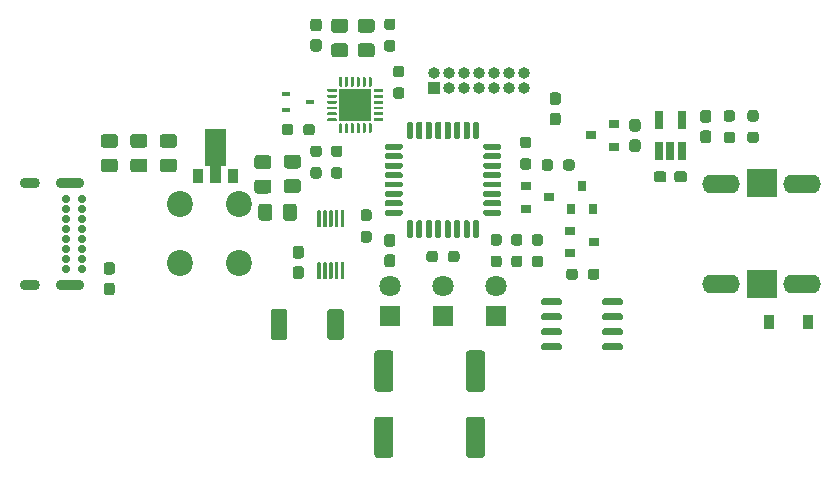
<source format=gbr>
%TF.GenerationSoftware,KiCad,Pcbnew,(5.1.9)-1*%
%TF.CreationDate,2021-04-16T14:28:35+02:00*%
%TF.ProjectId,loeti,6c6f6574-692e-46b6-9963-61645f706362,rev?*%
%TF.SameCoordinates,Original*%
%TF.FileFunction,Soldermask,Top*%
%TF.FilePolarity,Negative*%
%FSLAX46Y46*%
G04 Gerber Fmt 4.6, Leading zero omitted, Abs format (unit mm)*
G04 Created by KiCad (PCBNEW (5.1.9)-1) date 2021-04-16 14:28:35*
%MOMM*%
%LPD*%
G01*
G04 APERTURE LIST*
%ADD10C,2.200000*%
%ADD11C,1.800000*%
%ADD12R,1.800000X1.800000*%
%ADD13O,3.200000X1.600000*%
%ADD14R,2.500000X2.430000*%
%ADD15R,0.650000X1.560000*%
%ADD16R,2.700000X2.700000*%
%ADD17C,0.100000*%
%ADD18R,0.900000X1.300000*%
%ADD19R,0.900000X0.800000*%
%ADD20R,0.800000X0.900000*%
%ADD21O,1.000000X1.000000*%
%ADD22R,1.000000X1.000000*%
%ADD23O,1.700000X0.900000*%
%ADD24O,2.400000X0.900000*%
%ADD25C,0.700000*%
%ADD26R,0.900000X1.200000*%
%ADD27R,0.700000X0.450000*%
G04 APERTURE END LIST*
D10*
%TO.C,SW1*%
X68250000Y31180000D03*
X68250000Y26180000D03*
X73250000Y31180000D03*
X73250000Y26180000D03*
%TD*%
%TO.C,R16*%
G36*
G01*
X98737500Y27675000D02*
X98262500Y27675000D01*
G75*
G02*
X98025000Y27912500I0J237500D01*
G01*
X98025000Y28412500D01*
G75*
G02*
X98262500Y28650000I237500J0D01*
G01*
X98737500Y28650000D01*
G75*
G02*
X98975000Y28412500I0J-237500D01*
G01*
X98975000Y27912500D01*
G75*
G02*
X98737500Y27675000I-237500J0D01*
G01*
G37*
G36*
G01*
X98737500Y25850000D02*
X98262500Y25850000D01*
G75*
G02*
X98025000Y26087500I0J237500D01*
G01*
X98025000Y26587500D01*
G75*
G02*
X98262500Y26825000I237500J0D01*
G01*
X98737500Y26825000D01*
G75*
G02*
X98975000Y26587500I0J-237500D01*
G01*
X98975000Y26087500D01*
G75*
G02*
X98737500Y25850000I-237500J0D01*
G01*
G37*
%TD*%
%TO.C,R15*%
G36*
G01*
X96987500Y27675000D02*
X96512500Y27675000D01*
G75*
G02*
X96275000Y27912500I0J237500D01*
G01*
X96275000Y28412500D01*
G75*
G02*
X96512500Y28650000I237500J0D01*
G01*
X96987500Y28650000D01*
G75*
G02*
X97225000Y28412500I0J-237500D01*
G01*
X97225000Y27912500D01*
G75*
G02*
X96987500Y27675000I-237500J0D01*
G01*
G37*
G36*
G01*
X96987500Y25850000D02*
X96512500Y25850000D01*
G75*
G02*
X96275000Y26087500I0J237500D01*
G01*
X96275000Y26587500D01*
G75*
G02*
X96512500Y26825000I237500J0D01*
G01*
X96987500Y26825000D01*
G75*
G02*
X97225000Y26587500I0J-237500D01*
G01*
X97225000Y26087500D01*
G75*
G02*
X96987500Y25850000I-237500J0D01*
G01*
G37*
%TD*%
%TO.C,R14*%
G36*
G01*
X95237500Y27675000D02*
X94762500Y27675000D01*
G75*
G02*
X94525000Y27912500I0J237500D01*
G01*
X94525000Y28412500D01*
G75*
G02*
X94762500Y28650000I237500J0D01*
G01*
X95237500Y28650000D01*
G75*
G02*
X95475000Y28412500I0J-237500D01*
G01*
X95475000Y27912500D01*
G75*
G02*
X95237500Y27675000I-237500J0D01*
G01*
G37*
G36*
G01*
X95237500Y25850000D02*
X94762500Y25850000D01*
G75*
G02*
X94525000Y26087500I0J237500D01*
G01*
X94525000Y26587500D01*
G75*
G02*
X94762500Y26825000I237500J0D01*
G01*
X95237500Y26825000D01*
G75*
G02*
X95475000Y26587500I0J-237500D01*
G01*
X95475000Y26087500D01*
G75*
G02*
X95237500Y25850000I-237500J0D01*
G01*
G37*
%TD*%
D11*
%TO.C,D7*%
X95000000Y24250000D03*
D12*
X95000000Y21710000D03*
%TD*%
D11*
%TO.C,D6*%
X90500000Y24250000D03*
D12*
X90500000Y21710000D03*
%TD*%
D11*
%TO.C,D4*%
X86000000Y24250000D03*
D12*
X86000000Y21710000D03*
%TD*%
%TO.C,U3*%
G36*
G01*
X86950000Y30200000D02*
X85700000Y30200000D01*
G75*
G02*
X85575000Y30325000I0J125000D01*
G01*
X85575000Y30575000D01*
G75*
G02*
X85700000Y30700000I125000J0D01*
G01*
X86950000Y30700000D01*
G75*
G02*
X87075000Y30575000I0J-125000D01*
G01*
X87075000Y30325000D01*
G75*
G02*
X86950000Y30200000I-125000J0D01*
G01*
G37*
G36*
G01*
X86950000Y31000000D02*
X85700000Y31000000D01*
G75*
G02*
X85575000Y31125000I0J125000D01*
G01*
X85575000Y31375000D01*
G75*
G02*
X85700000Y31500000I125000J0D01*
G01*
X86950000Y31500000D01*
G75*
G02*
X87075000Y31375000I0J-125000D01*
G01*
X87075000Y31125000D01*
G75*
G02*
X86950000Y31000000I-125000J0D01*
G01*
G37*
G36*
G01*
X86950000Y31800000D02*
X85700000Y31800000D01*
G75*
G02*
X85575000Y31925000I0J125000D01*
G01*
X85575000Y32175000D01*
G75*
G02*
X85700000Y32300000I125000J0D01*
G01*
X86950000Y32300000D01*
G75*
G02*
X87075000Y32175000I0J-125000D01*
G01*
X87075000Y31925000D01*
G75*
G02*
X86950000Y31800000I-125000J0D01*
G01*
G37*
G36*
G01*
X86950000Y32600000D02*
X85700000Y32600000D01*
G75*
G02*
X85575000Y32725000I0J125000D01*
G01*
X85575000Y32975000D01*
G75*
G02*
X85700000Y33100000I125000J0D01*
G01*
X86950000Y33100000D01*
G75*
G02*
X87075000Y32975000I0J-125000D01*
G01*
X87075000Y32725000D01*
G75*
G02*
X86950000Y32600000I-125000J0D01*
G01*
G37*
G36*
G01*
X86950000Y33400000D02*
X85700000Y33400000D01*
G75*
G02*
X85575000Y33525000I0J125000D01*
G01*
X85575000Y33775000D01*
G75*
G02*
X85700000Y33900000I125000J0D01*
G01*
X86950000Y33900000D01*
G75*
G02*
X87075000Y33775000I0J-125000D01*
G01*
X87075000Y33525000D01*
G75*
G02*
X86950000Y33400000I-125000J0D01*
G01*
G37*
G36*
G01*
X86950000Y34200000D02*
X85700000Y34200000D01*
G75*
G02*
X85575000Y34325000I0J125000D01*
G01*
X85575000Y34575000D01*
G75*
G02*
X85700000Y34700000I125000J0D01*
G01*
X86950000Y34700000D01*
G75*
G02*
X87075000Y34575000I0J-125000D01*
G01*
X87075000Y34325000D01*
G75*
G02*
X86950000Y34200000I-125000J0D01*
G01*
G37*
G36*
G01*
X86950000Y35000000D02*
X85700000Y35000000D01*
G75*
G02*
X85575000Y35125000I0J125000D01*
G01*
X85575000Y35375000D01*
G75*
G02*
X85700000Y35500000I125000J0D01*
G01*
X86950000Y35500000D01*
G75*
G02*
X87075000Y35375000I0J-125000D01*
G01*
X87075000Y35125000D01*
G75*
G02*
X86950000Y35000000I-125000J0D01*
G01*
G37*
G36*
G01*
X86950000Y35800000D02*
X85700000Y35800000D01*
G75*
G02*
X85575000Y35925000I0J125000D01*
G01*
X85575000Y36175000D01*
G75*
G02*
X85700000Y36300000I125000J0D01*
G01*
X86950000Y36300000D01*
G75*
G02*
X87075000Y36175000I0J-125000D01*
G01*
X87075000Y35925000D01*
G75*
G02*
X86950000Y35800000I-125000J0D01*
G01*
G37*
G36*
G01*
X87825000Y36675000D02*
X87575000Y36675000D01*
G75*
G02*
X87450000Y36800000I0J125000D01*
G01*
X87450000Y38050000D01*
G75*
G02*
X87575000Y38175000I125000J0D01*
G01*
X87825000Y38175000D01*
G75*
G02*
X87950000Y38050000I0J-125000D01*
G01*
X87950000Y36800000D01*
G75*
G02*
X87825000Y36675000I-125000J0D01*
G01*
G37*
G36*
G01*
X88625000Y36675000D02*
X88375000Y36675000D01*
G75*
G02*
X88250000Y36800000I0J125000D01*
G01*
X88250000Y38050000D01*
G75*
G02*
X88375000Y38175000I125000J0D01*
G01*
X88625000Y38175000D01*
G75*
G02*
X88750000Y38050000I0J-125000D01*
G01*
X88750000Y36800000D01*
G75*
G02*
X88625000Y36675000I-125000J0D01*
G01*
G37*
G36*
G01*
X89425000Y36675000D02*
X89175000Y36675000D01*
G75*
G02*
X89050000Y36800000I0J125000D01*
G01*
X89050000Y38050000D01*
G75*
G02*
X89175000Y38175000I125000J0D01*
G01*
X89425000Y38175000D01*
G75*
G02*
X89550000Y38050000I0J-125000D01*
G01*
X89550000Y36800000D01*
G75*
G02*
X89425000Y36675000I-125000J0D01*
G01*
G37*
G36*
G01*
X90225000Y36675000D02*
X89975000Y36675000D01*
G75*
G02*
X89850000Y36800000I0J125000D01*
G01*
X89850000Y38050000D01*
G75*
G02*
X89975000Y38175000I125000J0D01*
G01*
X90225000Y38175000D01*
G75*
G02*
X90350000Y38050000I0J-125000D01*
G01*
X90350000Y36800000D01*
G75*
G02*
X90225000Y36675000I-125000J0D01*
G01*
G37*
G36*
G01*
X91025000Y36675000D02*
X90775000Y36675000D01*
G75*
G02*
X90650000Y36800000I0J125000D01*
G01*
X90650000Y38050000D01*
G75*
G02*
X90775000Y38175000I125000J0D01*
G01*
X91025000Y38175000D01*
G75*
G02*
X91150000Y38050000I0J-125000D01*
G01*
X91150000Y36800000D01*
G75*
G02*
X91025000Y36675000I-125000J0D01*
G01*
G37*
G36*
G01*
X91825000Y36675000D02*
X91575000Y36675000D01*
G75*
G02*
X91450000Y36800000I0J125000D01*
G01*
X91450000Y38050000D01*
G75*
G02*
X91575000Y38175000I125000J0D01*
G01*
X91825000Y38175000D01*
G75*
G02*
X91950000Y38050000I0J-125000D01*
G01*
X91950000Y36800000D01*
G75*
G02*
X91825000Y36675000I-125000J0D01*
G01*
G37*
G36*
G01*
X92625000Y36675000D02*
X92375000Y36675000D01*
G75*
G02*
X92250000Y36800000I0J125000D01*
G01*
X92250000Y38050000D01*
G75*
G02*
X92375000Y38175000I125000J0D01*
G01*
X92625000Y38175000D01*
G75*
G02*
X92750000Y38050000I0J-125000D01*
G01*
X92750000Y36800000D01*
G75*
G02*
X92625000Y36675000I-125000J0D01*
G01*
G37*
G36*
G01*
X93425000Y36675000D02*
X93175000Y36675000D01*
G75*
G02*
X93050000Y36800000I0J125000D01*
G01*
X93050000Y38050000D01*
G75*
G02*
X93175000Y38175000I125000J0D01*
G01*
X93425000Y38175000D01*
G75*
G02*
X93550000Y38050000I0J-125000D01*
G01*
X93550000Y36800000D01*
G75*
G02*
X93425000Y36675000I-125000J0D01*
G01*
G37*
G36*
G01*
X95300000Y35800000D02*
X94050000Y35800000D01*
G75*
G02*
X93925000Y35925000I0J125000D01*
G01*
X93925000Y36175000D01*
G75*
G02*
X94050000Y36300000I125000J0D01*
G01*
X95300000Y36300000D01*
G75*
G02*
X95425000Y36175000I0J-125000D01*
G01*
X95425000Y35925000D01*
G75*
G02*
X95300000Y35800000I-125000J0D01*
G01*
G37*
G36*
G01*
X95300000Y35000000D02*
X94050000Y35000000D01*
G75*
G02*
X93925000Y35125000I0J125000D01*
G01*
X93925000Y35375000D01*
G75*
G02*
X94050000Y35500000I125000J0D01*
G01*
X95300000Y35500000D01*
G75*
G02*
X95425000Y35375000I0J-125000D01*
G01*
X95425000Y35125000D01*
G75*
G02*
X95300000Y35000000I-125000J0D01*
G01*
G37*
G36*
G01*
X95300000Y34200000D02*
X94050000Y34200000D01*
G75*
G02*
X93925000Y34325000I0J125000D01*
G01*
X93925000Y34575000D01*
G75*
G02*
X94050000Y34700000I125000J0D01*
G01*
X95300000Y34700000D01*
G75*
G02*
X95425000Y34575000I0J-125000D01*
G01*
X95425000Y34325000D01*
G75*
G02*
X95300000Y34200000I-125000J0D01*
G01*
G37*
G36*
G01*
X95300000Y33400000D02*
X94050000Y33400000D01*
G75*
G02*
X93925000Y33525000I0J125000D01*
G01*
X93925000Y33775000D01*
G75*
G02*
X94050000Y33900000I125000J0D01*
G01*
X95300000Y33900000D01*
G75*
G02*
X95425000Y33775000I0J-125000D01*
G01*
X95425000Y33525000D01*
G75*
G02*
X95300000Y33400000I-125000J0D01*
G01*
G37*
G36*
G01*
X95300000Y32600000D02*
X94050000Y32600000D01*
G75*
G02*
X93925000Y32725000I0J125000D01*
G01*
X93925000Y32975000D01*
G75*
G02*
X94050000Y33100000I125000J0D01*
G01*
X95300000Y33100000D01*
G75*
G02*
X95425000Y32975000I0J-125000D01*
G01*
X95425000Y32725000D01*
G75*
G02*
X95300000Y32600000I-125000J0D01*
G01*
G37*
G36*
G01*
X95300000Y31800000D02*
X94050000Y31800000D01*
G75*
G02*
X93925000Y31925000I0J125000D01*
G01*
X93925000Y32175000D01*
G75*
G02*
X94050000Y32300000I125000J0D01*
G01*
X95300000Y32300000D01*
G75*
G02*
X95425000Y32175000I0J-125000D01*
G01*
X95425000Y31925000D01*
G75*
G02*
X95300000Y31800000I-125000J0D01*
G01*
G37*
G36*
G01*
X95300000Y31000000D02*
X94050000Y31000000D01*
G75*
G02*
X93925000Y31125000I0J125000D01*
G01*
X93925000Y31375000D01*
G75*
G02*
X94050000Y31500000I125000J0D01*
G01*
X95300000Y31500000D01*
G75*
G02*
X95425000Y31375000I0J-125000D01*
G01*
X95425000Y31125000D01*
G75*
G02*
X95300000Y31000000I-125000J0D01*
G01*
G37*
G36*
G01*
X95300000Y30200000D02*
X94050000Y30200000D01*
G75*
G02*
X93925000Y30325000I0J125000D01*
G01*
X93925000Y30575000D01*
G75*
G02*
X94050000Y30700000I125000J0D01*
G01*
X95300000Y30700000D01*
G75*
G02*
X95425000Y30575000I0J-125000D01*
G01*
X95425000Y30325000D01*
G75*
G02*
X95300000Y30200000I-125000J0D01*
G01*
G37*
G36*
G01*
X93425000Y28325000D02*
X93175000Y28325000D01*
G75*
G02*
X93050000Y28450000I0J125000D01*
G01*
X93050000Y29700000D01*
G75*
G02*
X93175000Y29825000I125000J0D01*
G01*
X93425000Y29825000D01*
G75*
G02*
X93550000Y29700000I0J-125000D01*
G01*
X93550000Y28450000D01*
G75*
G02*
X93425000Y28325000I-125000J0D01*
G01*
G37*
G36*
G01*
X92625000Y28325000D02*
X92375000Y28325000D01*
G75*
G02*
X92250000Y28450000I0J125000D01*
G01*
X92250000Y29700000D01*
G75*
G02*
X92375000Y29825000I125000J0D01*
G01*
X92625000Y29825000D01*
G75*
G02*
X92750000Y29700000I0J-125000D01*
G01*
X92750000Y28450000D01*
G75*
G02*
X92625000Y28325000I-125000J0D01*
G01*
G37*
G36*
G01*
X91825000Y28325000D02*
X91575000Y28325000D01*
G75*
G02*
X91450000Y28450000I0J125000D01*
G01*
X91450000Y29700000D01*
G75*
G02*
X91575000Y29825000I125000J0D01*
G01*
X91825000Y29825000D01*
G75*
G02*
X91950000Y29700000I0J-125000D01*
G01*
X91950000Y28450000D01*
G75*
G02*
X91825000Y28325000I-125000J0D01*
G01*
G37*
G36*
G01*
X91025000Y28325000D02*
X90775000Y28325000D01*
G75*
G02*
X90650000Y28450000I0J125000D01*
G01*
X90650000Y29700000D01*
G75*
G02*
X90775000Y29825000I125000J0D01*
G01*
X91025000Y29825000D01*
G75*
G02*
X91150000Y29700000I0J-125000D01*
G01*
X91150000Y28450000D01*
G75*
G02*
X91025000Y28325000I-125000J0D01*
G01*
G37*
G36*
G01*
X90225000Y28325000D02*
X89975000Y28325000D01*
G75*
G02*
X89850000Y28450000I0J125000D01*
G01*
X89850000Y29700000D01*
G75*
G02*
X89975000Y29825000I125000J0D01*
G01*
X90225000Y29825000D01*
G75*
G02*
X90350000Y29700000I0J-125000D01*
G01*
X90350000Y28450000D01*
G75*
G02*
X90225000Y28325000I-125000J0D01*
G01*
G37*
G36*
G01*
X89425000Y28325000D02*
X89175000Y28325000D01*
G75*
G02*
X89050000Y28450000I0J125000D01*
G01*
X89050000Y29700000D01*
G75*
G02*
X89175000Y29825000I125000J0D01*
G01*
X89425000Y29825000D01*
G75*
G02*
X89550000Y29700000I0J-125000D01*
G01*
X89550000Y28450000D01*
G75*
G02*
X89425000Y28325000I-125000J0D01*
G01*
G37*
G36*
G01*
X88625000Y28325000D02*
X88375000Y28325000D01*
G75*
G02*
X88250000Y28450000I0J125000D01*
G01*
X88250000Y29700000D01*
G75*
G02*
X88375000Y29825000I125000J0D01*
G01*
X88625000Y29825000D01*
G75*
G02*
X88750000Y29700000I0J-125000D01*
G01*
X88750000Y28450000D01*
G75*
G02*
X88625000Y28325000I-125000J0D01*
G01*
G37*
G36*
G01*
X87825000Y28325000D02*
X87575000Y28325000D01*
G75*
G02*
X87450000Y28450000I0J125000D01*
G01*
X87450000Y29700000D01*
G75*
G02*
X87575000Y29825000I125000J0D01*
G01*
X87825000Y29825000D01*
G75*
G02*
X87950000Y29700000I0J-125000D01*
G01*
X87950000Y28450000D01*
G75*
G02*
X87825000Y28325000I-125000J0D01*
G01*
G37*
%TD*%
%TO.C,C17*%
G36*
G01*
X86237500Y27575000D02*
X85762500Y27575000D01*
G75*
G02*
X85525000Y27812500I0J237500D01*
G01*
X85525000Y28412500D01*
G75*
G02*
X85762500Y28650000I237500J0D01*
G01*
X86237500Y28650000D01*
G75*
G02*
X86475000Y28412500I0J-237500D01*
G01*
X86475000Y27812500D01*
G75*
G02*
X86237500Y27575000I-237500J0D01*
G01*
G37*
G36*
G01*
X86237500Y25850000D02*
X85762500Y25850000D01*
G75*
G02*
X85525000Y26087500I0J237500D01*
G01*
X85525000Y26687500D01*
G75*
G02*
X85762500Y26925000I237500J0D01*
G01*
X86237500Y26925000D01*
G75*
G02*
X86475000Y26687500I0J-237500D01*
G01*
X86475000Y26087500D01*
G75*
G02*
X86237500Y25850000I-237500J0D01*
G01*
G37*
%TD*%
%TO.C,C13*%
G36*
G01*
X84950000Y13200000D02*
X86050000Y13200000D01*
G75*
G02*
X86300000Y12950000I0J-250000D01*
G01*
X86300000Y9950000D01*
G75*
G02*
X86050000Y9700000I-250000J0D01*
G01*
X84950000Y9700000D01*
G75*
G02*
X84700000Y9950000I0J250000D01*
G01*
X84700000Y12950000D01*
G75*
G02*
X84950000Y13200000I250000J0D01*
G01*
G37*
G36*
G01*
X84950000Y18800000D02*
X86050000Y18800000D01*
G75*
G02*
X86300000Y18550000I0J-250000D01*
G01*
X86300000Y15550000D01*
G75*
G02*
X86050000Y15300000I-250000J0D01*
G01*
X84950000Y15300000D01*
G75*
G02*
X84700000Y15550000I0J250000D01*
G01*
X84700000Y18550000D01*
G75*
G02*
X84950000Y18800000I250000J0D01*
G01*
G37*
%TD*%
D13*
%TO.C,J2*%
X120870000Y32905000D03*
X114070000Y24455000D03*
X120870000Y24455000D03*
X114070000Y32905000D03*
D14*
X117470000Y32965000D03*
X117470000Y24395000D03*
%TD*%
D15*
%TO.C,U4*%
X108800000Y38350000D03*
X110700000Y38350000D03*
X110700000Y35650000D03*
X109750000Y35650000D03*
X108800000Y35650000D03*
%TD*%
%TO.C,C16*%
G36*
G01*
X92700000Y13200000D02*
X93800000Y13200000D01*
G75*
G02*
X94050000Y12950000I0J-250000D01*
G01*
X94050000Y9950000D01*
G75*
G02*
X93800000Y9700000I-250000J0D01*
G01*
X92700000Y9700000D01*
G75*
G02*
X92450000Y9950000I0J250000D01*
G01*
X92450000Y12950000D01*
G75*
G02*
X92700000Y13200000I250000J0D01*
G01*
G37*
G36*
G01*
X92700000Y18800000D02*
X93800000Y18800000D01*
G75*
G02*
X94050000Y18550000I0J-250000D01*
G01*
X94050000Y15550000D01*
G75*
G02*
X93800000Y15300000I-250000J0D01*
G01*
X92700000Y15300000D01*
G75*
G02*
X92450000Y15550000I0J250000D01*
G01*
X92450000Y18550000D01*
G75*
G02*
X92700000Y18800000I250000J0D01*
G01*
G37*
%TD*%
%TO.C,C15*%
G36*
G01*
X109425000Y33737500D02*
X109425000Y33262500D01*
G75*
G02*
X109187500Y33025000I-237500J0D01*
G01*
X108587500Y33025000D01*
G75*
G02*
X108350000Y33262500I0J237500D01*
G01*
X108350000Y33737500D01*
G75*
G02*
X108587500Y33975000I237500J0D01*
G01*
X109187500Y33975000D01*
G75*
G02*
X109425000Y33737500I0J-237500D01*
G01*
G37*
G36*
G01*
X111150000Y33737500D02*
X111150000Y33262500D01*
G75*
G02*
X110912500Y33025000I-237500J0D01*
G01*
X110312500Y33025000D01*
G75*
G02*
X110075000Y33262500I0J237500D01*
G01*
X110075000Y33737500D01*
G75*
G02*
X110312500Y33975000I237500J0D01*
G01*
X110912500Y33975000D01*
G75*
G02*
X111150000Y33737500I0J-237500D01*
G01*
G37*
%TD*%
%TO.C,U5*%
G36*
G01*
X81925000Y26275000D02*
X82075000Y26275000D01*
G75*
G02*
X82150000Y26200000I0J-75000D01*
G01*
X82150000Y24900000D01*
G75*
G02*
X82075000Y24825000I-75000J0D01*
G01*
X81925000Y24825000D01*
G75*
G02*
X81850000Y24900000I0J75000D01*
G01*
X81850000Y26200000D01*
G75*
G02*
X81925000Y26275000I75000J0D01*
G01*
G37*
G36*
G01*
X81425000Y26275000D02*
X81575000Y26275000D01*
G75*
G02*
X81650000Y26200000I0J-75000D01*
G01*
X81650000Y24900000D01*
G75*
G02*
X81575000Y24825000I-75000J0D01*
G01*
X81425000Y24825000D01*
G75*
G02*
X81350000Y24900000I0J75000D01*
G01*
X81350000Y26200000D01*
G75*
G02*
X81425000Y26275000I75000J0D01*
G01*
G37*
G36*
G01*
X80925000Y26275000D02*
X81075000Y26275000D01*
G75*
G02*
X81150000Y26200000I0J-75000D01*
G01*
X81150000Y24900000D01*
G75*
G02*
X81075000Y24825000I-75000J0D01*
G01*
X80925000Y24825000D01*
G75*
G02*
X80850000Y24900000I0J75000D01*
G01*
X80850000Y26200000D01*
G75*
G02*
X80925000Y26275000I75000J0D01*
G01*
G37*
G36*
G01*
X80425000Y26275000D02*
X80575000Y26275000D01*
G75*
G02*
X80650000Y26200000I0J-75000D01*
G01*
X80650000Y24900000D01*
G75*
G02*
X80575000Y24825000I-75000J0D01*
G01*
X80425000Y24825000D01*
G75*
G02*
X80350000Y24900000I0J75000D01*
G01*
X80350000Y26200000D01*
G75*
G02*
X80425000Y26275000I75000J0D01*
G01*
G37*
G36*
G01*
X79925000Y26275000D02*
X80075000Y26275000D01*
G75*
G02*
X80150000Y26200000I0J-75000D01*
G01*
X80150000Y24900000D01*
G75*
G02*
X80075000Y24825000I-75000J0D01*
G01*
X79925000Y24825000D01*
G75*
G02*
X79850000Y24900000I0J75000D01*
G01*
X79850000Y26200000D01*
G75*
G02*
X79925000Y26275000I75000J0D01*
G01*
G37*
G36*
G01*
X79925000Y30675000D02*
X80075000Y30675000D01*
G75*
G02*
X80150000Y30600000I0J-75000D01*
G01*
X80150000Y29300000D01*
G75*
G02*
X80075000Y29225000I-75000J0D01*
G01*
X79925000Y29225000D01*
G75*
G02*
X79850000Y29300000I0J75000D01*
G01*
X79850000Y30600000D01*
G75*
G02*
X79925000Y30675000I75000J0D01*
G01*
G37*
G36*
G01*
X80425000Y30675000D02*
X80575000Y30675000D01*
G75*
G02*
X80650000Y30600000I0J-75000D01*
G01*
X80650000Y29300000D01*
G75*
G02*
X80575000Y29225000I-75000J0D01*
G01*
X80425000Y29225000D01*
G75*
G02*
X80350000Y29300000I0J75000D01*
G01*
X80350000Y30600000D01*
G75*
G02*
X80425000Y30675000I75000J0D01*
G01*
G37*
G36*
G01*
X80925000Y30675000D02*
X81075000Y30675000D01*
G75*
G02*
X81150000Y30600000I0J-75000D01*
G01*
X81150000Y29300000D01*
G75*
G02*
X81075000Y29225000I-75000J0D01*
G01*
X80925000Y29225000D01*
G75*
G02*
X80850000Y29300000I0J75000D01*
G01*
X80850000Y30600000D01*
G75*
G02*
X80925000Y30675000I75000J0D01*
G01*
G37*
G36*
G01*
X81425000Y30675000D02*
X81575000Y30675000D01*
G75*
G02*
X81650000Y30600000I0J-75000D01*
G01*
X81650000Y29300000D01*
G75*
G02*
X81575000Y29225000I-75000J0D01*
G01*
X81425000Y29225000D01*
G75*
G02*
X81350000Y29300000I0J75000D01*
G01*
X81350000Y30600000D01*
G75*
G02*
X81425000Y30675000I75000J0D01*
G01*
G37*
G36*
G01*
X81925000Y30675000D02*
X82075000Y30675000D01*
G75*
G02*
X82150000Y30600000I0J-75000D01*
G01*
X82150000Y29300000D01*
G75*
G02*
X82075000Y29225000I-75000J0D01*
G01*
X81925000Y29225000D01*
G75*
G02*
X81850000Y29300000I0J75000D01*
G01*
X81850000Y30600000D01*
G75*
G02*
X81925000Y30675000I75000J0D01*
G01*
G37*
%TD*%
D16*
%TO.C,U2*%
X83075000Y39575000D03*
G36*
G01*
X81700000Y41187500D02*
X81700000Y41887500D01*
G75*
G02*
X81762500Y41950000I62500J0D01*
G01*
X81887500Y41950000D01*
G75*
G02*
X81950000Y41887500I0J-62500D01*
G01*
X81950000Y41187500D01*
G75*
G02*
X81887500Y41125000I-62500J0D01*
G01*
X81762500Y41125000D01*
G75*
G02*
X81700000Y41187500I0J62500D01*
G01*
G37*
G36*
G01*
X82200000Y41187500D02*
X82200000Y41887500D01*
G75*
G02*
X82262500Y41950000I62500J0D01*
G01*
X82387500Y41950000D01*
G75*
G02*
X82450000Y41887500I0J-62500D01*
G01*
X82450000Y41187500D01*
G75*
G02*
X82387500Y41125000I-62500J0D01*
G01*
X82262500Y41125000D01*
G75*
G02*
X82200000Y41187500I0J62500D01*
G01*
G37*
G36*
G01*
X82700000Y41187500D02*
X82700000Y41887500D01*
G75*
G02*
X82762500Y41950000I62500J0D01*
G01*
X82887500Y41950000D01*
G75*
G02*
X82950000Y41887500I0J-62500D01*
G01*
X82950000Y41187500D01*
G75*
G02*
X82887500Y41125000I-62500J0D01*
G01*
X82762500Y41125000D01*
G75*
G02*
X82700000Y41187500I0J62500D01*
G01*
G37*
G36*
G01*
X83200000Y41187500D02*
X83200000Y41887500D01*
G75*
G02*
X83262500Y41950000I62500J0D01*
G01*
X83387500Y41950000D01*
G75*
G02*
X83450000Y41887500I0J-62500D01*
G01*
X83450000Y41187500D01*
G75*
G02*
X83387500Y41125000I-62500J0D01*
G01*
X83262500Y41125000D01*
G75*
G02*
X83200000Y41187500I0J62500D01*
G01*
G37*
G36*
G01*
X83700000Y41187500D02*
X83700000Y41887500D01*
G75*
G02*
X83762500Y41950000I62500J0D01*
G01*
X83887500Y41950000D01*
G75*
G02*
X83950000Y41887500I0J-62500D01*
G01*
X83950000Y41187500D01*
G75*
G02*
X83887500Y41125000I-62500J0D01*
G01*
X83762500Y41125000D01*
G75*
G02*
X83700000Y41187500I0J62500D01*
G01*
G37*
G36*
G01*
X84200000Y41187500D02*
X84200000Y41887500D01*
G75*
G02*
X84262500Y41950000I62500J0D01*
G01*
X84387500Y41950000D01*
G75*
G02*
X84450000Y41887500I0J-62500D01*
G01*
X84450000Y41187500D01*
G75*
G02*
X84387500Y41125000I-62500J0D01*
G01*
X84262500Y41125000D01*
G75*
G02*
X84200000Y41187500I0J62500D01*
G01*
G37*
G36*
G01*
X84625000Y40762500D02*
X84625000Y40887500D01*
G75*
G02*
X84687500Y40950000I62500J0D01*
G01*
X85387500Y40950000D01*
G75*
G02*
X85450000Y40887500I0J-62500D01*
G01*
X85450000Y40762500D01*
G75*
G02*
X85387500Y40700000I-62500J0D01*
G01*
X84687500Y40700000D01*
G75*
G02*
X84625000Y40762500I0J62500D01*
G01*
G37*
G36*
G01*
X84625000Y40262500D02*
X84625000Y40387500D01*
G75*
G02*
X84687500Y40450000I62500J0D01*
G01*
X85387500Y40450000D01*
G75*
G02*
X85450000Y40387500I0J-62500D01*
G01*
X85450000Y40262500D01*
G75*
G02*
X85387500Y40200000I-62500J0D01*
G01*
X84687500Y40200000D01*
G75*
G02*
X84625000Y40262500I0J62500D01*
G01*
G37*
G36*
G01*
X84625000Y39762500D02*
X84625000Y39887500D01*
G75*
G02*
X84687500Y39950000I62500J0D01*
G01*
X85387500Y39950000D01*
G75*
G02*
X85450000Y39887500I0J-62500D01*
G01*
X85450000Y39762500D01*
G75*
G02*
X85387500Y39700000I-62500J0D01*
G01*
X84687500Y39700000D01*
G75*
G02*
X84625000Y39762500I0J62500D01*
G01*
G37*
G36*
G01*
X84625000Y39262500D02*
X84625000Y39387500D01*
G75*
G02*
X84687500Y39450000I62500J0D01*
G01*
X85387500Y39450000D01*
G75*
G02*
X85450000Y39387500I0J-62500D01*
G01*
X85450000Y39262500D01*
G75*
G02*
X85387500Y39200000I-62500J0D01*
G01*
X84687500Y39200000D01*
G75*
G02*
X84625000Y39262500I0J62500D01*
G01*
G37*
G36*
G01*
X84625000Y38762500D02*
X84625000Y38887500D01*
G75*
G02*
X84687500Y38950000I62500J0D01*
G01*
X85387500Y38950000D01*
G75*
G02*
X85450000Y38887500I0J-62500D01*
G01*
X85450000Y38762500D01*
G75*
G02*
X85387500Y38700000I-62500J0D01*
G01*
X84687500Y38700000D01*
G75*
G02*
X84625000Y38762500I0J62500D01*
G01*
G37*
G36*
G01*
X84625000Y38262500D02*
X84625000Y38387500D01*
G75*
G02*
X84687500Y38450000I62500J0D01*
G01*
X85387500Y38450000D01*
G75*
G02*
X85450000Y38387500I0J-62500D01*
G01*
X85450000Y38262500D01*
G75*
G02*
X85387500Y38200000I-62500J0D01*
G01*
X84687500Y38200000D01*
G75*
G02*
X84625000Y38262500I0J62500D01*
G01*
G37*
G36*
G01*
X84200000Y37262500D02*
X84200000Y37962500D01*
G75*
G02*
X84262500Y38025000I62500J0D01*
G01*
X84387500Y38025000D01*
G75*
G02*
X84450000Y37962500I0J-62500D01*
G01*
X84450000Y37262500D01*
G75*
G02*
X84387500Y37200000I-62500J0D01*
G01*
X84262500Y37200000D01*
G75*
G02*
X84200000Y37262500I0J62500D01*
G01*
G37*
G36*
G01*
X83700000Y37262500D02*
X83700000Y37962500D01*
G75*
G02*
X83762500Y38025000I62500J0D01*
G01*
X83887500Y38025000D01*
G75*
G02*
X83950000Y37962500I0J-62500D01*
G01*
X83950000Y37262500D01*
G75*
G02*
X83887500Y37200000I-62500J0D01*
G01*
X83762500Y37200000D01*
G75*
G02*
X83700000Y37262500I0J62500D01*
G01*
G37*
G36*
G01*
X83200000Y37262500D02*
X83200000Y37962500D01*
G75*
G02*
X83262500Y38025000I62500J0D01*
G01*
X83387500Y38025000D01*
G75*
G02*
X83450000Y37962500I0J-62500D01*
G01*
X83450000Y37262500D01*
G75*
G02*
X83387500Y37200000I-62500J0D01*
G01*
X83262500Y37200000D01*
G75*
G02*
X83200000Y37262500I0J62500D01*
G01*
G37*
G36*
G01*
X82700000Y37262500D02*
X82700000Y37962500D01*
G75*
G02*
X82762500Y38025000I62500J0D01*
G01*
X82887500Y38025000D01*
G75*
G02*
X82950000Y37962500I0J-62500D01*
G01*
X82950000Y37262500D01*
G75*
G02*
X82887500Y37200000I-62500J0D01*
G01*
X82762500Y37200000D01*
G75*
G02*
X82700000Y37262500I0J62500D01*
G01*
G37*
G36*
G01*
X82200000Y37262500D02*
X82200000Y37962500D01*
G75*
G02*
X82262500Y38025000I62500J0D01*
G01*
X82387500Y38025000D01*
G75*
G02*
X82450000Y37962500I0J-62500D01*
G01*
X82450000Y37262500D01*
G75*
G02*
X82387500Y37200000I-62500J0D01*
G01*
X82262500Y37200000D01*
G75*
G02*
X82200000Y37262500I0J62500D01*
G01*
G37*
G36*
G01*
X81700000Y37262500D02*
X81700000Y37962500D01*
G75*
G02*
X81762500Y38025000I62500J0D01*
G01*
X81887500Y38025000D01*
G75*
G02*
X81950000Y37962500I0J-62500D01*
G01*
X81950000Y37262500D01*
G75*
G02*
X81887500Y37200000I-62500J0D01*
G01*
X81762500Y37200000D01*
G75*
G02*
X81700000Y37262500I0J62500D01*
G01*
G37*
G36*
G01*
X80700000Y38262500D02*
X80700000Y38387500D01*
G75*
G02*
X80762500Y38450000I62500J0D01*
G01*
X81462500Y38450000D01*
G75*
G02*
X81525000Y38387500I0J-62500D01*
G01*
X81525000Y38262500D01*
G75*
G02*
X81462500Y38200000I-62500J0D01*
G01*
X80762500Y38200000D01*
G75*
G02*
X80700000Y38262500I0J62500D01*
G01*
G37*
G36*
G01*
X80700000Y38762500D02*
X80700000Y38887500D01*
G75*
G02*
X80762500Y38950000I62500J0D01*
G01*
X81462500Y38950000D01*
G75*
G02*
X81525000Y38887500I0J-62500D01*
G01*
X81525000Y38762500D01*
G75*
G02*
X81462500Y38700000I-62500J0D01*
G01*
X80762500Y38700000D01*
G75*
G02*
X80700000Y38762500I0J62500D01*
G01*
G37*
G36*
G01*
X80700000Y39262500D02*
X80700000Y39387500D01*
G75*
G02*
X80762500Y39450000I62500J0D01*
G01*
X81462500Y39450000D01*
G75*
G02*
X81525000Y39387500I0J-62500D01*
G01*
X81525000Y39262500D01*
G75*
G02*
X81462500Y39200000I-62500J0D01*
G01*
X80762500Y39200000D01*
G75*
G02*
X80700000Y39262500I0J62500D01*
G01*
G37*
G36*
G01*
X80700000Y39762500D02*
X80700000Y39887500D01*
G75*
G02*
X80762500Y39950000I62500J0D01*
G01*
X81462500Y39950000D01*
G75*
G02*
X81525000Y39887500I0J-62500D01*
G01*
X81525000Y39762500D01*
G75*
G02*
X81462500Y39700000I-62500J0D01*
G01*
X80762500Y39700000D01*
G75*
G02*
X80700000Y39762500I0J62500D01*
G01*
G37*
G36*
G01*
X80700000Y40262500D02*
X80700000Y40387500D01*
G75*
G02*
X80762500Y40450000I62500J0D01*
G01*
X81462500Y40450000D01*
G75*
G02*
X81525000Y40387500I0J-62500D01*
G01*
X81525000Y40262500D01*
G75*
G02*
X81462500Y40200000I-62500J0D01*
G01*
X80762500Y40200000D01*
G75*
G02*
X80700000Y40262500I0J62500D01*
G01*
G37*
G36*
G01*
X80700000Y40762500D02*
X80700000Y40887500D01*
G75*
G02*
X80762500Y40950000I62500J0D01*
G01*
X81462500Y40950000D01*
G75*
G02*
X81525000Y40887500I0J-62500D01*
G01*
X81525000Y40762500D01*
G75*
G02*
X81462500Y40700000I-62500J0D01*
G01*
X80762500Y40700000D01*
G75*
G02*
X80700000Y40762500I0J62500D01*
G01*
G37*
%TD*%
D17*
%TO.C,U1*%
G36*
X72116500Y37550000D02*
G01*
X72116500Y34425000D01*
X71700000Y34425000D01*
X71700000Y32950000D01*
X70800000Y32950000D01*
X70800000Y34425000D01*
X70383500Y34425000D01*
X70383500Y37550000D01*
X72116500Y37550000D01*
G37*
D18*
X72750000Y33600000D03*
X69750000Y33600000D03*
%TD*%
%TO.C,R13*%
G36*
G01*
X80700000Y19924999D02*
X80700000Y22075001D01*
G75*
G02*
X80949999Y22325000I249999J0D01*
G01*
X81850001Y22325000D01*
G75*
G02*
X82100000Y22075001I0J-249999D01*
G01*
X82100000Y19924999D01*
G75*
G02*
X81850001Y19675000I-249999J0D01*
G01*
X80949999Y19675000D01*
G75*
G02*
X80700000Y19924999I0J249999D01*
G01*
G37*
G36*
G01*
X75900000Y19924999D02*
X75900000Y22075001D01*
G75*
G02*
X76149999Y22325000I249999J0D01*
G01*
X77050001Y22325000D01*
G75*
G02*
X77300000Y22075001I0J-249999D01*
G01*
X77300000Y19924999D01*
G75*
G02*
X77050001Y19675000I-249999J0D01*
G01*
X76149999Y19675000D01*
G75*
G02*
X75900000Y19924999I0J249999D01*
G01*
G37*
%TD*%
%TO.C,R12*%
G36*
G01*
X102762500Y25012500D02*
X102762500Y25487500D01*
G75*
G02*
X103000000Y25725000I237500J0D01*
G01*
X103500000Y25725000D01*
G75*
G02*
X103737500Y25487500I0J-237500D01*
G01*
X103737500Y25012500D01*
G75*
G02*
X103500000Y24775000I-237500J0D01*
G01*
X103000000Y24775000D01*
G75*
G02*
X102762500Y25012500I0J237500D01*
G01*
G37*
G36*
G01*
X100937500Y25012500D02*
X100937500Y25487500D01*
G75*
G02*
X101175000Y25725000I237500J0D01*
G01*
X101675000Y25725000D01*
G75*
G02*
X101912500Y25487500I0J-237500D01*
G01*
X101912500Y25012500D01*
G75*
G02*
X101675000Y24775000I-237500J0D01*
G01*
X101175000Y24775000D01*
G75*
G02*
X100937500Y25012500I0J237500D01*
G01*
G37*
%TD*%
%TO.C,R11*%
G36*
G01*
X116512500Y37325000D02*
X116987500Y37325000D01*
G75*
G02*
X117225000Y37087500I0J-237500D01*
G01*
X117225000Y36587500D01*
G75*
G02*
X116987500Y36350000I-237500J0D01*
G01*
X116512500Y36350000D01*
G75*
G02*
X116275000Y36587500I0J237500D01*
G01*
X116275000Y37087500D01*
G75*
G02*
X116512500Y37325000I237500J0D01*
G01*
G37*
G36*
G01*
X116512500Y39150000D02*
X116987500Y39150000D01*
G75*
G02*
X117225000Y38912500I0J-237500D01*
G01*
X117225000Y38412500D01*
G75*
G02*
X116987500Y38175000I-237500J0D01*
G01*
X116512500Y38175000D01*
G75*
G02*
X116275000Y38412500I0J237500D01*
G01*
X116275000Y38912500D01*
G75*
G02*
X116512500Y39150000I237500J0D01*
G01*
G37*
%TD*%
%TO.C,R10*%
G36*
G01*
X114987500Y38175000D02*
X114512500Y38175000D01*
G75*
G02*
X114275000Y38412500I0J237500D01*
G01*
X114275000Y38912500D01*
G75*
G02*
X114512500Y39150000I237500J0D01*
G01*
X114987500Y39150000D01*
G75*
G02*
X115225000Y38912500I0J-237500D01*
G01*
X115225000Y38412500D01*
G75*
G02*
X114987500Y38175000I-237500J0D01*
G01*
G37*
G36*
G01*
X114987500Y36350000D02*
X114512500Y36350000D01*
G75*
G02*
X114275000Y36587500I0J237500D01*
G01*
X114275000Y37087500D01*
G75*
G02*
X114512500Y37325000I237500J0D01*
G01*
X114987500Y37325000D01*
G75*
G02*
X115225000Y37087500I0J-237500D01*
G01*
X115225000Y36587500D01*
G75*
G02*
X114987500Y36350000I-237500J0D01*
G01*
G37*
%TD*%
%TO.C,R9*%
G36*
G01*
X100675000Y34262500D02*
X100675000Y34737500D01*
G75*
G02*
X100912500Y34975000I237500J0D01*
G01*
X101412500Y34975000D01*
G75*
G02*
X101650000Y34737500I0J-237500D01*
G01*
X101650000Y34262500D01*
G75*
G02*
X101412500Y34025000I-237500J0D01*
G01*
X100912500Y34025000D01*
G75*
G02*
X100675000Y34262500I0J237500D01*
G01*
G37*
G36*
G01*
X98850000Y34262500D02*
X98850000Y34737500D01*
G75*
G02*
X99087500Y34975000I237500J0D01*
G01*
X99587500Y34975000D01*
G75*
G02*
X99825000Y34737500I0J-237500D01*
G01*
X99825000Y34262500D01*
G75*
G02*
X99587500Y34025000I-237500J0D01*
G01*
X99087500Y34025000D01*
G75*
G02*
X98850000Y34262500I0J237500D01*
G01*
G37*
%TD*%
%TO.C,R8*%
G36*
G01*
X97262500Y35075000D02*
X97737500Y35075000D01*
G75*
G02*
X97975000Y34837500I0J-237500D01*
G01*
X97975000Y34337500D01*
G75*
G02*
X97737500Y34100000I-237500J0D01*
G01*
X97262500Y34100000D01*
G75*
G02*
X97025000Y34337500I0J237500D01*
G01*
X97025000Y34837500D01*
G75*
G02*
X97262500Y35075000I237500J0D01*
G01*
G37*
G36*
G01*
X97262500Y36900000D02*
X97737500Y36900000D01*
G75*
G02*
X97975000Y36662500I0J-237500D01*
G01*
X97975000Y36162500D01*
G75*
G02*
X97737500Y35925000I-237500J0D01*
G01*
X97262500Y35925000D01*
G75*
G02*
X97025000Y36162500I0J237500D01*
G01*
X97025000Y36662500D01*
G75*
G02*
X97262500Y36900000I237500J0D01*
G01*
G37*
%TD*%
%TO.C,R7*%
G36*
G01*
X84237500Y29762500D02*
X83762500Y29762500D01*
G75*
G02*
X83525000Y30000000I0J237500D01*
G01*
X83525000Y30500000D01*
G75*
G02*
X83762500Y30737500I237500J0D01*
G01*
X84237500Y30737500D01*
G75*
G02*
X84475000Y30500000I0J-237500D01*
G01*
X84475000Y30000000D01*
G75*
G02*
X84237500Y29762500I-237500J0D01*
G01*
G37*
G36*
G01*
X84237500Y27937500D02*
X83762500Y27937500D01*
G75*
G02*
X83525000Y28175000I0J237500D01*
G01*
X83525000Y28675000D01*
G75*
G02*
X83762500Y28912500I237500J0D01*
G01*
X84237500Y28912500D01*
G75*
G02*
X84475000Y28675000I0J-237500D01*
G01*
X84475000Y28175000D01*
G75*
G02*
X84237500Y27937500I-237500J0D01*
G01*
G37*
%TD*%
%TO.C,R6*%
G36*
G01*
X90075000Y26987500D02*
X90075000Y26512500D01*
G75*
G02*
X89837500Y26275000I-237500J0D01*
G01*
X89337500Y26275000D01*
G75*
G02*
X89100000Y26512500I0J237500D01*
G01*
X89100000Y26987500D01*
G75*
G02*
X89337500Y27225000I237500J0D01*
G01*
X89837500Y27225000D01*
G75*
G02*
X90075000Y26987500I0J-237500D01*
G01*
G37*
G36*
G01*
X91900000Y26987500D02*
X91900000Y26512500D01*
G75*
G02*
X91662500Y26275000I-237500J0D01*
G01*
X91162500Y26275000D01*
G75*
G02*
X90925000Y26512500I0J237500D01*
G01*
X90925000Y26987500D01*
G75*
G02*
X91162500Y27225000I237500J0D01*
G01*
X91662500Y27225000D01*
G75*
G02*
X91900000Y26987500I0J-237500D01*
G01*
G37*
%TD*%
%TO.C,R5*%
G36*
G01*
X78675000Y37262500D02*
X78675000Y37737500D01*
G75*
G02*
X78912500Y37975000I237500J0D01*
G01*
X79412500Y37975000D01*
G75*
G02*
X79650000Y37737500I0J-237500D01*
G01*
X79650000Y37262500D01*
G75*
G02*
X79412500Y37025000I-237500J0D01*
G01*
X78912500Y37025000D01*
G75*
G02*
X78675000Y37262500I0J237500D01*
G01*
G37*
G36*
G01*
X76850000Y37262500D02*
X76850000Y37737500D01*
G75*
G02*
X77087500Y37975000I237500J0D01*
G01*
X77587500Y37975000D01*
G75*
G02*
X77825000Y37737500I0J-237500D01*
G01*
X77825000Y37262500D01*
G75*
G02*
X77587500Y37025000I-237500J0D01*
G01*
X77087500Y37025000D01*
G75*
G02*
X76850000Y37262500I0J237500D01*
G01*
G37*
%TD*%
%TO.C,R4*%
G36*
G01*
X86237500Y45925000D02*
X85762500Y45925000D01*
G75*
G02*
X85525000Y46162500I0J237500D01*
G01*
X85525000Y46662500D01*
G75*
G02*
X85762500Y46900000I237500J0D01*
G01*
X86237500Y46900000D01*
G75*
G02*
X86475000Y46662500I0J-237500D01*
G01*
X86475000Y46162500D01*
G75*
G02*
X86237500Y45925000I-237500J0D01*
G01*
G37*
G36*
G01*
X86237500Y44100000D02*
X85762500Y44100000D01*
G75*
G02*
X85525000Y44337500I0J237500D01*
G01*
X85525000Y44837500D01*
G75*
G02*
X85762500Y45075000I237500J0D01*
G01*
X86237500Y45075000D01*
G75*
G02*
X86475000Y44837500I0J-237500D01*
G01*
X86475000Y44337500D01*
G75*
G02*
X86237500Y44100000I-237500J0D01*
G01*
G37*
%TD*%
%TO.C,R3*%
G36*
G01*
X81262500Y34325000D02*
X81737500Y34325000D01*
G75*
G02*
X81975000Y34087500I0J-237500D01*
G01*
X81975000Y33587500D01*
G75*
G02*
X81737500Y33350000I-237500J0D01*
G01*
X81262500Y33350000D01*
G75*
G02*
X81025000Y33587500I0J237500D01*
G01*
X81025000Y34087500D01*
G75*
G02*
X81262500Y34325000I237500J0D01*
G01*
G37*
G36*
G01*
X81262500Y36150000D02*
X81737500Y36150000D01*
G75*
G02*
X81975000Y35912500I0J-237500D01*
G01*
X81975000Y35412500D01*
G75*
G02*
X81737500Y35175000I-237500J0D01*
G01*
X81262500Y35175000D01*
G75*
G02*
X81025000Y35412500I0J237500D01*
G01*
X81025000Y35912500D01*
G75*
G02*
X81262500Y36150000I237500J0D01*
G01*
G37*
%TD*%
%TO.C,R2*%
G36*
G01*
X79512500Y34325000D02*
X79987500Y34325000D01*
G75*
G02*
X80225000Y34087500I0J-237500D01*
G01*
X80225000Y33587500D01*
G75*
G02*
X79987500Y33350000I-237500J0D01*
G01*
X79512500Y33350000D01*
G75*
G02*
X79275000Y33587500I0J237500D01*
G01*
X79275000Y34087500D01*
G75*
G02*
X79512500Y34325000I237500J0D01*
G01*
G37*
G36*
G01*
X79512500Y36150000D02*
X79987500Y36150000D01*
G75*
G02*
X80225000Y35912500I0J-237500D01*
G01*
X80225000Y35412500D01*
G75*
G02*
X79987500Y35175000I-237500J0D01*
G01*
X79512500Y35175000D01*
G75*
G02*
X79275000Y35412500I0J237500D01*
G01*
X79275000Y35912500D01*
G75*
G02*
X79512500Y36150000I237500J0D01*
G01*
G37*
%TD*%
%TO.C,R1*%
G36*
G01*
X86987500Y41925000D02*
X86512500Y41925000D01*
G75*
G02*
X86275000Y42162500I0J237500D01*
G01*
X86275000Y42662500D01*
G75*
G02*
X86512500Y42900000I237500J0D01*
G01*
X86987500Y42900000D01*
G75*
G02*
X87225000Y42662500I0J-237500D01*
G01*
X87225000Y42162500D01*
G75*
G02*
X86987500Y41925000I-237500J0D01*
G01*
G37*
G36*
G01*
X86987500Y40100000D02*
X86512500Y40100000D01*
G75*
G02*
X86275000Y40337500I0J237500D01*
G01*
X86275000Y40837500D01*
G75*
G02*
X86512500Y41075000I237500J0D01*
G01*
X86987500Y41075000D01*
G75*
G02*
X87225000Y40837500I0J-237500D01*
G01*
X87225000Y40337500D01*
G75*
G02*
X86987500Y40100000I-237500J0D01*
G01*
G37*
%TD*%
%TO.C,Q4*%
G36*
G01*
X103950000Y22755000D02*
X103950000Y23055000D01*
G75*
G02*
X104100000Y23205000I150000J0D01*
G01*
X105550000Y23205000D01*
G75*
G02*
X105700000Y23055000I0J-150000D01*
G01*
X105700000Y22755000D01*
G75*
G02*
X105550000Y22605000I-150000J0D01*
G01*
X104100000Y22605000D01*
G75*
G02*
X103950000Y22755000I0J150000D01*
G01*
G37*
G36*
G01*
X103950000Y21485000D02*
X103950000Y21785000D01*
G75*
G02*
X104100000Y21935000I150000J0D01*
G01*
X105550000Y21935000D01*
G75*
G02*
X105700000Y21785000I0J-150000D01*
G01*
X105700000Y21485000D01*
G75*
G02*
X105550000Y21335000I-150000J0D01*
G01*
X104100000Y21335000D01*
G75*
G02*
X103950000Y21485000I0J150000D01*
G01*
G37*
G36*
G01*
X103950000Y20215000D02*
X103950000Y20515000D01*
G75*
G02*
X104100000Y20665000I150000J0D01*
G01*
X105550000Y20665000D01*
G75*
G02*
X105700000Y20515000I0J-150000D01*
G01*
X105700000Y20215000D01*
G75*
G02*
X105550000Y20065000I-150000J0D01*
G01*
X104100000Y20065000D01*
G75*
G02*
X103950000Y20215000I0J150000D01*
G01*
G37*
G36*
G01*
X103950000Y18945000D02*
X103950000Y19245000D01*
G75*
G02*
X104100000Y19395000I150000J0D01*
G01*
X105550000Y19395000D01*
G75*
G02*
X105700000Y19245000I0J-150000D01*
G01*
X105700000Y18945000D01*
G75*
G02*
X105550000Y18795000I-150000J0D01*
G01*
X104100000Y18795000D01*
G75*
G02*
X103950000Y18945000I0J150000D01*
G01*
G37*
G36*
G01*
X98800000Y18945000D02*
X98800000Y19245000D01*
G75*
G02*
X98950000Y19395000I150000J0D01*
G01*
X100400000Y19395000D01*
G75*
G02*
X100550000Y19245000I0J-150000D01*
G01*
X100550000Y18945000D01*
G75*
G02*
X100400000Y18795000I-150000J0D01*
G01*
X98950000Y18795000D01*
G75*
G02*
X98800000Y18945000I0J150000D01*
G01*
G37*
G36*
G01*
X98800000Y20215000D02*
X98800000Y20515000D01*
G75*
G02*
X98950000Y20665000I150000J0D01*
G01*
X100400000Y20665000D01*
G75*
G02*
X100550000Y20515000I0J-150000D01*
G01*
X100550000Y20215000D01*
G75*
G02*
X100400000Y20065000I-150000J0D01*
G01*
X98950000Y20065000D01*
G75*
G02*
X98800000Y20215000I0J150000D01*
G01*
G37*
G36*
G01*
X98800000Y21485000D02*
X98800000Y21785000D01*
G75*
G02*
X98950000Y21935000I150000J0D01*
G01*
X100400000Y21935000D01*
G75*
G02*
X100550000Y21785000I0J-150000D01*
G01*
X100550000Y21485000D01*
G75*
G02*
X100400000Y21335000I-150000J0D01*
G01*
X98950000Y21335000D01*
G75*
G02*
X98800000Y21485000I0J150000D01*
G01*
G37*
G36*
G01*
X98800000Y22755000D02*
X98800000Y23055000D01*
G75*
G02*
X98950000Y23205000I150000J0D01*
G01*
X100400000Y23205000D01*
G75*
G02*
X100550000Y23055000I0J-150000D01*
G01*
X100550000Y22755000D01*
G75*
G02*
X100400000Y22605000I-150000J0D01*
G01*
X98950000Y22605000D01*
G75*
G02*
X98800000Y22755000I0J150000D01*
G01*
G37*
%TD*%
D19*
%TO.C,Q3*%
X103250000Y28000000D03*
X101250000Y27050000D03*
X101250000Y28950000D03*
%TD*%
D20*
%TO.C,Q2*%
X102250000Y32750000D03*
X103200000Y30750000D03*
X101300000Y30750000D03*
%TD*%
D19*
%TO.C,Q1*%
X99500000Y31750000D03*
X97500000Y30800000D03*
X97500000Y32700000D03*
%TD*%
D21*
%TO.C,J3*%
X97370000Y42270000D03*
X97370000Y41000000D03*
X96100000Y42270000D03*
X96100000Y41000000D03*
X94830000Y42270000D03*
X94830000Y41000000D03*
X93560000Y42270000D03*
X93560000Y41000000D03*
X92290000Y42270000D03*
X92290000Y41000000D03*
X91020000Y42270000D03*
X91020000Y41000000D03*
X89750000Y42270000D03*
D22*
X89750000Y41000000D03*
%TD*%
D23*
%TO.C,J1*%
X55540000Y24350000D03*
X55540000Y33000000D03*
D24*
X58920000Y24350000D03*
X58920000Y33000000D03*
D25*
X58550000Y28250000D03*
X58550000Y25700000D03*
X58550000Y26550000D03*
X58550000Y27400000D03*
X58550000Y31650000D03*
X58550000Y29950000D03*
X58550000Y29100000D03*
X58550000Y30800000D03*
X59900000Y25700000D03*
X59900000Y26550000D03*
X59900000Y27400000D03*
X59900000Y28250000D03*
X59900000Y29100000D03*
X59900000Y29950000D03*
X59900000Y30800000D03*
X59900000Y31650000D03*
%TD*%
D26*
%TO.C,D5*%
X121400000Y21250000D03*
X118100000Y21250000D03*
%TD*%
D19*
%TO.C,D3*%
X103000000Y37000000D03*
X105000000Y37950000D03*
X105000000Y36050000D03*
%TD*%
%TO.C,D2*%
G36*
G01*
X62012500Y24525000D02*
X62487500Y24525000D01*
G75*
G02*
X62725000Y24287500I0J-237500D01*
G01*
X62725000Y23712500D01*
G75*
G02*
X62487500Y23475000I-237500J0D01*
G01*
X62012500Y23475000D01*
G75*
G02*
X61775000Y23712500I0J237500D01*
G01*
X61775000Y24287500D01*
G75*
G02*
X62012500Y24525000I237500J0D01*
G01*
G37*
G36*
G01*
X62012500Y26275000D02*
X62487500Y26275000D01*
G75*
G02*
X62725000Y26037500I0J-237500D01*
G01*
X62725000Y25462500D01*
G75*
G02*
X62487500Y25225000I-237500J0D01*
G01*
X62012500Y25225000D01*
G75*
G02*
X61775000Y25462500I0J237500D01*
G01*
X61775000Y26037500D01*
G75*
G02*
X62012500Y26275000I237500J0D01*
G01*
G37*
%TD*%
D27*
%TO.C,D1*%
X79250000Y39825000D03*
X77250000Y39175000D03*
X77250000Y40475000D03*
%TD*%
%TO.C,C14*%
G36*
G01*
X75725000Y34162500D02*
X74775000Y34162500D01*
G75*
G02*
X74525000Y34412500I0J250000D01*
G01*
X74525000Y35087500D01*
G75*
G02*
X74775000Y35337500I250000J0D01*
G01*
X75725000Y35337500D01*
G75*
G02*
X75975000Y35087500I0J-250000D01*
G01*
X75975000Y34412500D01*
G75*
G02*
X75725000Y34162500I-250000J0D01*
G01*
G37*
G36*
G01*
X75725000Y32087500D02*
X74775000Y32087500D01*
G75*
G02*
X74525000Y32337500I0J250000D01*
G01*
X74525000Y33012500D01*
G75*
G02*
X74775000Y33262500I250000J0D01*
G01*
X75725000Y33262500D01*
G75*
G02*
X75975000Y33012500I0J-250000D01*
G01*
X75975000Y32337500D01*
G75*
G02*
X75725000Y32087500I-250000J0D01*
G01*
G37*
%TD*%
%TO.C,C12*%
G36*
G01*
X112987500Y38075000D02*
X112512500Y38075000D01*
G75*
G02*
X112275000Y38312500I0J237500D01*
G01*
X112275000Y38912500D01*
G75*
G02*
X112512500Y39150000I237500J0D01*
G01*
X112987500Y39150000D01*
G75*
G02*
X113225000Y38912500I0J-237500D01*
G01*
X113225000Y38312500D01*
G75*
G02*
X112987500Y38075000I-237500J0D01*
G01*
G37*
G36*
G01*
X112987500Y36350000D02*
X112512500Y36350000D01*
G75*
G02*
X112275000Y36587500I0J237500D01*
G01*
X112275000Y37187500D01*
G75*
G02*
X112512500Y37425000I237500J0D01*
G01*
X112987500Y37425000D01*
G75*
G02*
X113225000Y37187500I0J-237500D01*
G01*
X113225000Y36587500D01*
G75*
G02*
X112987500Y36350000I-237500J0D01*
G01*
G37*
%TD*%
%TO.C,C11*%
G36*
G01*
X65225000Y35950000D02*
X64275000Y35950000D01*
G75*
G02*
X64025000Y36200000I0J250000D01*
G01*
X64025000Y36875000D01*
G75*
G02*
X64275000Y37125000I250000J0D01*
G01*
X65225000Y37125000D01*
G75*
G02*
X65475000Y36875000I0J-250000D01*
G01*
X65475000Y36200000D01*
G75*
G02*
X65225000Y35950000I-250000J0D01*
G01*
G37*
G36*
G01*
X65225000Y33875000D02*
X64275000Y33875000D01*
G75*
G02*
X64025000Y34125000I0J250000D01*
G01*
X64025000Y34800000D01*
G75*
G02*
X64275000Y35050000I250000J0D01*
G01*
X65225000Y35050000D01*
G75*
G02*
X65475000Y34800000I0J-250000D01*
G01*
X65475000Y34125000D01*
G75*
G02*
X65225000Y33875000I-250000J0D01*
G01*
G37*
%TD*%
%TO.C,C10*%
G36*
G01*
X78225000Y34200000D02*
X77275000Y34200000D01*
G75*
G02*
X77025000Y34450000I0J250000D01*
G01*
X77025000Y35125000D01*
G75*
G02*
X77275000Y35375000I250000J0D01*
G01*
X78225000Y35375000D01*
G75*
G02*
X78475000Y35125000I0J-250000D01*
G01*
X78475000Y34450000D01*
G75*
G02*
X78225000Y34200000I-250000J0D01*
G01*
G37*
G36*
G01*
X78225000Y32125000D02*
X77275000Y32125000D01*
G75*
G02*
X77025000Y32375000I0J250000D01*
G01*
X77025000Y33050000D01*
G75*
G02*
X77275000Y33300000I250000J0D01*
G01*
X78225000Y33300000D01*
G75*
G02*
X78475000Y33050000I0J-250000D01*
G01*
X78475000Y32375000D01*
G75*
G02*
X78225000Y32125000I-250000J0D01*
G01*
G37*
%TD*%
%TO.C,C9*%
G36*
G01*
X78487500Y26575000D02*
X78012500Y26575000D01*
G75*
G02*
X77775000Y26812500I0J237500D01*
G01*
X77775000Y27412500D01*
G75*
G02*
X78012500Y27650000I237500J0D01*
G01*
X78487500Y27650000D01*
G75*
G02*
X78725000Y27412500I0J-237500D01*
G01*
X78725000Y26812500D01*
G75*
G02*
X78487500Y26575000I-237500J0D01*
G01*
G37*
G36*
G01*
X78487500Y24850000D02*
X78012500Y24850000D01*
G75*
G02*
X77775000Y25087500I0J237500D01*
G01*
X77775000Y25687500D01*
G75*
G02*
X78012500Y25925000I237500J0D01*
G01*
X78487500Y25925000D01*
G75*
G02*
X78725000Y25687500I0J-237500D01*
G01*
X78725000Y25087500D01*
G75*
G02*
X78487500Y24850000I-237500J0D01*
G01*
G37*
%TD*%
%TO.C,C8*%
G36*
G01*
X100237500Y39575000D02*
X99762500Y39575000D01*
G75*
G02*
X99525000Y39812500I0J237500D01*
G01*
X99525000Y40412500D01*
G75*
G02*
X99762500Y40650000I237500J0D01*
G01*
X100237500Y40650000D01*
G75*
G02*
X100475000Y40412500I0J-237500D01*
G01*
X100475000Y39812500D01*
G75*
G02*
X100237500Y39575000I-237500J0D01*
G01*
G37*
G36*
G01*
X100237500Y37850000D02*
X99762500Y37850000D01*
G75*
G02*
X99525000Y38087500I0J237500D01*
G01*
X99525000Y38687500D01*
G75*
G02*
X99762500Y38925000I237500J0D01*
G01*
X100237500Y38925000D01*
G75*
G02*
X100475000Y38687500I0J-237500D01*
G01*
X100475000Y38087500D01*
G75*
G02*
X100237500Y37850000I-237500J0D01*
G01*
G37*
%TD*%
%TO.C,C7*%
G36*
G01*
X106512500Y36675000D02*
X106987500Y36675000D01*
G75*
G02*
X107225000Y36437500I0J-237500D01*
G01*
X107225000Y35837500D01*
G75*
G02*
X106987500Y35600000I-237500J0D01*
G01*
X106512500Y35600000D01*
G75*
G02*
X106275000Y35837500I0J237500D01*
G01*
X106275000Y36437500D01*
G75*
G02*
X106512500Y36675000I237500J0D01*
G01*
G37*
G36*
G01*
X106512500Y38400000D02*
X106987500Y38400000D01*
G75*
G02*
X107225000Y38162500I0J-237500D01*
G01*
X107225000Y37562500D01*
G75*
G02*
X106987500Y37325000I-237500J0D01*
G01*
X106512500Y37325000D01*
G75*
G02*
X106275000Y37562500I0J237500D01*
G01*
X106275000Y38162500D01*
G75*
G02*
X106512500Y38400000I237500J0D01*
G01*
G37*
%TD*%
%TO.C,C6*%
G36*
G01*
X79512500Y45175000D02*
X79987500Y45175000D01*
G75*
G02*
X80225000Y44937500I0J-237500D01*
G01*
X80225000Y44337500D01*
G75*
G02*
X79987500Y44100000I-237500J0D01*
G01*
X79512500Y44100000D01*
G75*
G02*
X79275000Y44337500I0J237500D01*
G01*
X79275000Y44937500D01*
G75*
G02*
X79512500Y45175000I237500J0D01*
G01*
G37*
G36*
G01*
X79512500Y46900000D02*
X79987500Y46900000D01*
G75*
G02*
X80225000Y46662500I0J-237500D01*
G01*
X80225000Y46062500D01*
G75*
G02*
X79987500Y45825000I-237500J0D01*
G01*
X79512500Y45825000D01*
G75*
G02*
X79275000Y46062500I0J237500D01*
G01*
X79275000Y46662500D01*
G75*
G02*
X79512500Y46900000I237500J0D01*
G01*
G37*
%TD*%
%TO.C,C5*%
G36*
G01*
X67725000Y35950000D02*
X66775000Y35950000D01*
G75*
G02*
X66525000Y36200000I0J250000D01*
G01*
X66525000Y36875000D01*
G75*
G02*
X66775000Y37125000I250000J0D01*
G01*
X67725000Y37125000D01*
G75*
G02*
X67975000Y36875000I0J-250000D01*
G01*
X67975000Y36200000D01*
G75*
G02*
X67725000Y35950000I-250000J0D01*
G01*
G37*
G36*
G01*
X67725000Y33875000D02*
X66775000Y33875000D01*
G75*
G02*
X66525000Y34125000I0J250000D01*
G01*
X66525000Y34800000D01*
G75*
G02*
X66775000Y35050000I250000J0D01*
G01*
X67725000Y35050000D01*
G75*
G02*
X67975000Y34800000I0J-250000D01*
G01*
X67975000Y34125000D01*
G75*
G02*
X67725000Y33875000I-250000J0D01*
G01*
G37*
%TD*%
%TO.C,C4*%
G36*
G01*
X76950000Y30025000D02*
X76950000Y30975000D01*
G75*
G02*
X77200000Y31225000I250000J0D01*
G01*
X77875000Y31225000D01*
G75*
G02*
X78125000Y30975000I0J-250000D01*
G01*
X78125000Y30025000D01*
G75*
G02*
X77875000Y29775000I-250000J0D01*
G01*
X77200000Y29775000D01*
G75*
G02*
X76950000Y30025000I0J250000D01*
G01*
G37*
G36*
G01*
X74875000Y30025000D02*
X74875000Y30975000D01*
G75*
G02*
X75125000Y31225000I250000J0D01*
G01*
X75800000Y31225000D01*
G75*
G02*
X76050000Y30975000I0J-250000D01*
G01*
X76050000Y30025000D01*
G75*
G02*
X75800000Y29775000I-250000J0D01*
G01*
X75125000Y29775000D01*
G75*
G02*
X74875000Y30025000I0J250000D01*
G01*
G37*
%TD*%
%TO.C,C3*%
G36*
G01*
X82225000Y45700000D02*
X81275000Y45700000D01*
G75*
G02*
X81025000Y45950000I0J250000D01*
G01*
X81025000Y46625000D01*
G75*
G02*
X81275000Y46875000I250000J0D01*
G01*
X82225000Y46875000D01*
G75*
G02*
X82475000Y46625000I0J-250000D01*
G01*
X82475000Y45950000D01*
G75*
G02*
X82225000Y45700000I-250000J0D01*
G01*
G37*
G36*
G01*
X82225000Y43625000D02*
X81275000Y43625000D01*
G75*
G02*
X81025000Y43875000I0J250000D01*
G01*
X81025000Y44550000D01*
G75*
G02*
X81275000Y44800000I250000J0D01*
G01*
X82225000Y44800000D01*
G75*
G02*
X82475000Y44550000I0J-250000D01*
G01*
X82475000Y43875000D01*
G75*
G02*
X82225000Y43625000I-250000J0D01*
G01*
G37*
%TD*%
%TO.C,C2*%
G36*
G01*
X83525000Y44800000D02*
X84475000Y44800000D01*
G75*
G02*
X84725000Y44550000I0J-250000D01*
G01*
X84725000Y43875000D01*
G75*
G02*
X84475000Y43625000I-250000J0D01*
G01*
X83525000Y43625000D01*
G75*
G02*
X83275000Y43875000I0J250000D01*
G01*
X83275000Y44550000D01*
G75*
G02*
X83525000Y44800000I250000J0D01*
G01*
G37*
G36*
G01*
X83525000Y46875000D02*
X84475000Y46875000D01*
G75*
G02*
X84725000Y46625000I0J-250000D01*
G01*
X84725000Y45950000D01*
G75*
G02*
X84475000Y45700000I-250000J0D01*
G01*
X83525000Y45700000D01*
G75*
G02*
X83275000Y45950000I0J250000D01*
G01*
X83275000Y46625000D01*
G75*
G02*
X83525000Y46875000I250000J0D01*
G01*
G37*
%TD*%
%TO.C,C1*%
G36*
G01*
X62725000Y35950000D02*
X61775000Y35950000D01*
G75*
G02*
X61525000Y36200000I0J250000D01*
G01*
X61525000Y36875000D01*
G75*
G02*
X61775000Y37125000I250000J0D01*
G01*
X62725000Y37125000D01*
G75*
G02*
X62975000Y36875000I0J-250000D01*
G01*
X62975000Y36200000D01*
G75*
G02*
X62725000Y35950000I-250000J0D01*
G01*
G37*
G36*
G01*
X62725000Y33875000D02*
X61775000Y33875000D01*
G75*
G02*
X61525000Y34125000I0J250000D01*
G01*
X61525000Y34800000D01*
G75*
G02*
X61775000Y35050000I250000J0D01*
G01*
X62725000Y35050000D01*
G75*
G02*
X62975000Y34800000I0J-250000D01*
G01*
X62975000Y34125000D01*
G75*
G02*
X62725000Y33875000I-250000J0D01*
G01*
G37*
%TD*%
M02*

</source>
